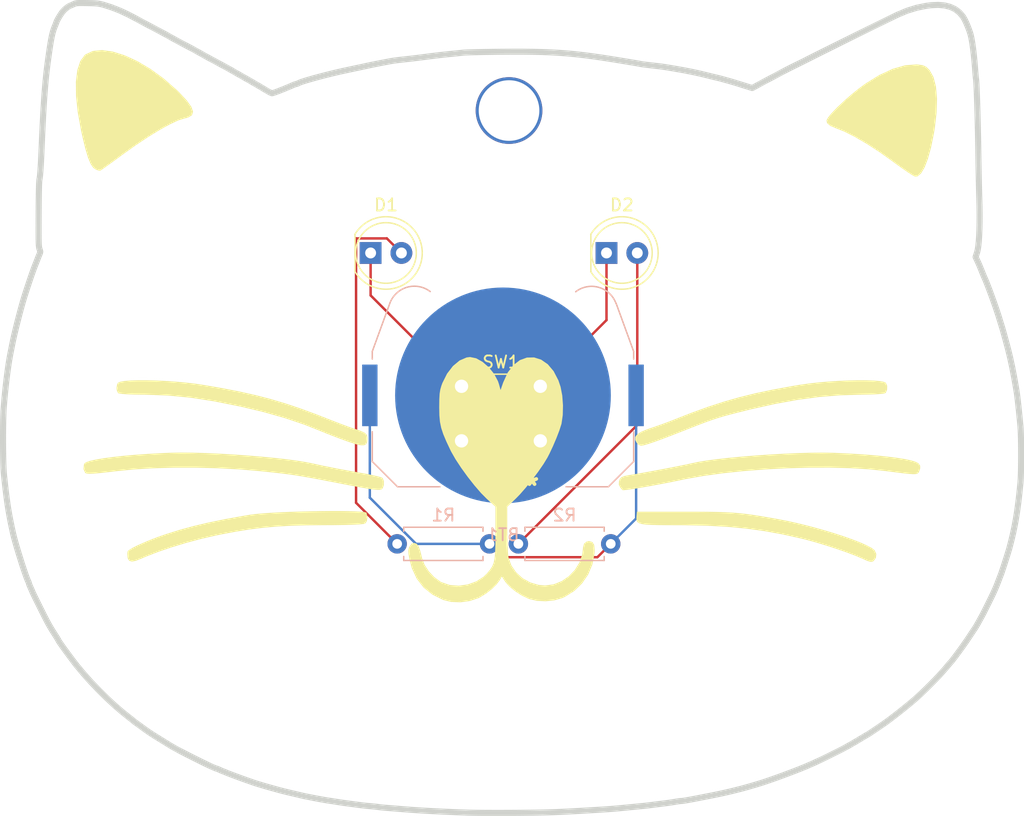
<source format=kicad_pcb>
(kicad_pcb (version 20241229) (generator "pcbnew") (generator_version "9.0")
  (layers (0 "F.Cu" signal) (2 "B.Cu" signal) (13 "F.Paste" user) (15 "B.Paste" user) (5 "F.SilkS" user "F.Silkscreen") (7 "B.SilkS" user "B.Silkscreen") (1 "F.Mask" user) (3 "B.Mask" user) (25 "Edge.Cuts" user))
  (net 0 "")
  (net 1 "Net-(BT1-+)")
  (net 2 "Net-(BT1--)")
  (net 3 "Net-(D1-A)")
  (net 4 "Net-(D1-K)")
  (net 5 "Net-(D2-A)")
  (footprint "LOGO" (layer "F.Cu") (at 100 77 10)
    (property "Reference" "G***" (hide yes))
    (property "Value" "LOGO" (hide yes))
    (fp_poly (pts (xy -1.674369 -5.362427) (xy -0.822632 -5.087191) (xy 0.091384 -4.612818) (xy 1.039868 -3.956616) (xy 1.995011 -3.135895) (xy 2.929001 -2.167964) (xy 3.814028 -1.070134) (xy 3.964882 -0.861618) (xy 4.475093 -0.085272) (xy 4.768052 0.511975) (xy 4.844211 0.943045) (xy 4.704022 1.220857) (xy 4.347936 1.358332) (xy 4.043229 1.378857) (xy 3.518455 1.447752) (xy 2.783179 1.644132) (xy 1.879551 1.952543) (xy 0.849724 2.357528) (xy -0.264153 2.84363) (xy -1.317507 3.344545) (xy -2.044359 3.702066) (xy -2.67646 4.009251) (xy -3.169833 4.245031) (xy -3.480498 4.388334) (xy -3.567222 4.422443) (xy -3.727792 4.354815) (xy -3.876859 4.273286) (xy -4.07508 4.077176) (xy -4.231291 3.726595) (xy -4.351263 3.191388) (xy -4.440771 2.4414) (xy -4.505587 1.446476) (xy -4.530041 0.861538) (xy -4.536362 -0.66618) (xy -4.441667 -2.013372) (xy -4.250549 -3.160695) (xy -3.967602 -4.088806) (xy -3.597419 -4.77836) (xy -3.144592 -5.210014) (xy -3.079763 -5.246247) (xy -2.436016 -5.421215)) (fill yes) (layer "F.SilkS"))
  )
  (footprint "LED_THT:LED_D5.0mm" (layer "F.Cu") (at 139.041103 88.75)
    (property "Reference" "D2" (at 1.27 -3.96 0) (layer "F.SilkS"))
    (property "Value" "LED")
    (fp_line (start -1.29 -1.545) (end -1.29 1.545) (stroke (width 0.12)) (layer "F.SilkS"))
    (fp_arc (start -1.29 -1.54483) (mid 2.071779 -2.880495) (end 4.26 0) (stroke (width 0.12)) (layer "F.SilkS"))
    (fp_arc (start 4.26 0) (mid 2.071779 2.880495) (end -1.29 1.54483) (stroke (width 0.12)) (layer "F.SilkS"))
    (fp_circle (center 1.27 0) (end 3.77 0) (stroke (width 0.12)) (fill no) (layer "F.SilkS"))
    (pad "1" thru_hole rect (at 0 0) (size 1.8 1.8) (drill 0.9) (layers "*.Cu" "*.Mask") (net 4 "Net-(D1-K)"))
    (pad "2" thru_hole circle (at 2.54 0) (size 1.8 1.8) (drill 0.9) (layers "*.Cu" "*.Mask") (net 5 "Net-(D2-A)"))
  )
  (footprint "Button_Switch_THT:SW_PUSH_6mm" (layer "F.Cu") (at 127.081103 99.75)
    (property "Reference" "SW1" (at 3.25 -2 0) (layer "F.SilkS"))
    (property "Value" "SW_Push")
    (fp_line (start -0.25 1.5) (end -0.25 3) (stroke (width 0.12)) (layer "F.SilkS"))
    (fp_line (start 1 5.5) (end 5.5 5.5) (stroke (width 0.12)) (layer "F.SilkS"))
    (fp_line (start 5.5 -1) (end 1 -1) (stroke (width 0.12)) (layer "F.SilkS"))
    (fp_line (start 6.75 3) (end 6.75 1.5) (stroke (width 0.12)) (layer "F.SilkS"))
    (pad "1" thru_hole circle (at 0 0 90) (size 2 2) (drill 1.1) (layers "*.Cu" "*.Mask") (net 4 "Net-(D1-K)"))
    (pad "1" thru_hole circle (at 6.5 0 90) (size 2 2) (drill 1.1) (layers "*.Cu" "*.Mask") (net 4 "Net-(D1-K)"))
    (pad "2" thru_hole circle (at 0 4.5 90) (size 2 2) (drill 1.1) (layers "*.Cu" "*.Mask") (net 2 "Net-(BT1--)"))
    (pad "2" thru_hole circle (at 6.5 4.5 90) (size 2 2) (drill 1.1) (layers "*.Cu" "*.Mask") (net 2 "Net-(BT1--)"))
  )
  (footprint "LOGO" (layer "F.Cu") (at 132 102)
    (property "Reference" "G***" (hide yes))
    (property "Value" "LOGO" (hide yes))
    (fp_poly (pts (xy -35.921583 -33.865738) (xy -35.803815 -33.863824) (xy -35.472617 -33.857117) (xy -35.216247 -33.847944) (xy -35.014046 -33.834142) (xy -34.845353 -33.813547) (xy -34.689508 -33.783996) (xy -34.525851 -33.743324) (xy -34.447557 -33.721772) (xy -33.792639 -33.514172) (xy -33.127485 -33.254074) (xy -32.435537 -32.934387) (xy -31.700239 -32.54802) (xy -31.678384 -32.535906) (xy -31.52804 -32.453027) (xy -31.361614 -32.362539) (xy -31.167786 -32.258416) (xy -30.935239 -32.134636) (xy -30.652652 -31.985175) (xy -30.308708 -31.80401) (xy -29.892086 -31.585117) (xy -29.864099 -31.570426) (xy -29.627173 -31.444649) (xy -29.384605 -31.313511) (xy -29.16978 -31.195173) (xy -29.052445 -31.128905) (xy -28.775061 -30.972394) (xy -28.446522 -30.792584) (xy -28.055428 -30.583316) (xy -27.59038 -30.338428) (xy -27.572369 -30.329003) (xy -27.361066 -30.217811) (xy -27.159721 -30.110752) (xy -26.99688 -30.023055) (xy -26.927821 -29.985112) (xy -26.815388 -29.922356) (xy -26.641329 -29.825191) (xy -26.427394 -29.70576) (xy -26.195331 -29.576202) (xy -26.140039 -29.545333) (xy -25.920364 -29.423166) (xy -25.72661 -29.316305) (xy -25.575951 -29.234155) (xy -25.485562 -29.186125) (xy -25.471618 -29.179241) (xy -25.394777 -29.140284) (xy -25.26351 -29.070409) (xy -25.113535 -28.988742) (xy -24.930467 -28.888785) (xy -24.706211 -28.767421) (xy -24.483931 -28.647996) (xy -24.445114 -28.627253) (xy -24.24616 -28.519659) (xy -24.054476 -28.413631) (xy -23.903746 -28.327866) (xy -23.872181 -28.30926) (xy -23.743713 -28.234123) (xy -23.56287 -28.130409) (xy -23.360755 -28.015903) (xy -23.275377 -27.96796) (xy -23.089009 -27.863143) (xy -22.925459 -27.770285) (xy -22.808699 -27.703036) (xy -22.774061 -27.682492) (xy -22.651036 -27.61186) (xy -22.583084 -27.575771) (xy -22.489633 -27.524631) (xy -22.350945 -27.444676) (xy -22.248873 -27.384196) (xy -22.081551 -27.285353) (xy -21.917522 -27.190782) (xy -21.843046 -27.148998) (xy -21.737098 -27.088331) (xy -21.572239 -26.991253) (xy -21.371035 -26.871152) (xy -21.15655 -26.741718) (xy -20.953064 -26.621894) (xy -20.773633 -26.523017) (xy -20.63662 -26.454741) (xy -20.560389 -26.426722) (xy -20.557047 -26.426504) (xy -20.471 -26.445082) (xy -20.309653 -26.497713) (xy -20.084998 -26.579748) (xy -19.809029 -26.686534) (xy -19.493737 -26.813421) (xy -19.151115 -26.955756) (xy -18.793156 -27.10889) (xy -18.756319 -27.124905) (xy -18.634101 -27.170061) (xy -18.542649 -27.190331) (xy -18.539082 -27.190414) (xy -18.446234 -27.218258) (xy -18.426937 -27.232489) (xy -18.343237 -27.278658) (xy -18.177039 -27.343037) (xy -17.938972 -27.422716) (xy -17.639661 -27.514786) (xy -17.289735 -27.616336) (xy -16.899819 -27.724458) (xy -16.480541 -27.836241) (xy -16.042528 -27.948775) (xy -15.596407 -28.059151) (xy -15.152804 -28.164459) (xy -14.722347 -28.261789) (xy -14.466542 -28.31689) (xy -14.23637 -28.365712) (xy -13.986829 -28.419107) (xy -13.821993 -28.454676) (xy -13.641465 -28.493272) (xy -13.482687 -28.526218) (xy -13.392294 -28.544042) (xy -13.285818 -28.565667) (xy -13.122003 -28.601079) (xy -12.938723 -28.642067) (xy -12.696214 -28.695107) (xy -12.384181 -28.760218) (xy -12.027081 -28.832559) (xy -11.649368 -28.907289) (xy -11.275498 -28.979569) (xy -10.929927 -29.044557) (xy -10.646993 -29.095682) (xy -10.494086 -29.119011) (xy -10.27252 -29.148295) (xy -10.008677 -29.180247) (xy -9.728938 -29.211584) (xy -9.644362 -29.22053) (xy -9.314405 -29.25638) (xy -8.935148 -29.299922) (xy -8.551889 -29.345834) (xy -8.209925 -29.388794) (xy -8.188159 -29.391624) (xy -7.541881 -29.47446) (xy -6.976362 -29.543774) (xy -6.478074 -29.601142) (xy -6.033489 -29.648138) (xy -5.753196 -29.675137) (xy -5.47985 -29.701441) (xy -5.190331 -29.731104) (xy -4.927302 -29.759679) (xy -4.798309 -29.774649) (xy -4.67464 -29.78421) (xy -4.465717 -29.794028) (xy -4.181772 -29.803861) (xy -3.83304 -29.813469) (xy -3.429754 -29.822612) (xy -2.982147 -29.831051) (xy -2.500452 -29.838544) (xy -1.994902 -29.844851) (xy -1.671054 -29.848086) (xy -0.713508 -29.854102) (xy 0.162413 -29.853366) (xy 0.970401 -29.844838) (xy 1.72415 -29.827478) (xy 2.437353 -29.800247) (xy 3.123701 -29.762103) (xy 3.796888 -29.712008) (xy 4.470607 -29.648922) (xy 5.15855 -29.571803) (xy 5.87441 -29.479613) (xy 6.63188 -29.371312) (xy 7.444653 -29.245858) (xy 8.326421 -29.102213) (xy 8.474623 -29.077505) (xy 8.726837 -29.035574) (xy 9.015456 -28.987935) (xy 9.282625 -28.944134) (xy 9.310149 -28.939645) (xy 9.516736 -28.905053) (xy 9.699501 -28.872789) (xy 9.82904 -28.848106) (xy 9.85921 -28.841569) (xy 9.905875 -28.831637) (xy 9.968086 -28.820988) (xy 10.057522 -28.808171) (xy 10.185863 -28.791733) (xy 10.364789 -28.770223) (xy 10.605979 -28.742189) (xy 10.921113 -28.706179) (xy 11.23186 -28.670929) (xy 11.402361 -28.651128) (xy 11.557623 -28.631596) (xy 11.71689 -28.609455) (xy 11.899408 -28.581823) (xy 12.124421 -28.545821) (xy 12.411175 -28.498569) (xy 12.652255 -28.458374) (xy 13.436833 -28.320541) (xy 14.153749 -28.179923) (xy 14.830782 -28.030808) (xy 15.373683 -27.89869) (xy 15.611971 -27.838814) (xy 15.832002 -27.784491) (xy 16.008648 -27.741864) (xy 16.113721 -27.71773) (xy 16.269006 -27.681546) (xy 16.448973 -27.635615) (xy 16.495676 -27.622992) (xy 16.795925 -27.540506) (xy 17.027169 -27.47673) (xy 17.211315 -27.425235) (xy 17.37027 -27.379589) (xy 17.525941 -27.333363) (xy 17.700235 -27.280125) (xy 17.915057 -27.213446) (xy 18.192316 -27.126894) (xy 18.295314 -27.094728) (xy 19.068449 -26.853319) (xy 19.488923 -27.086057) (xy 19.699005 -27.200974) (xy 19.960571 -27.342037) (xy 20.240356 -27.491397) (xy 20.505092 -27.63121) (xy 20.506202 -27.631792) (xy 20.778791 -27.775228) (xy 21.074432 -27.93157) (xy 21.356688 -28.081509) (xy 21.58045 -28.201079) (xy 21.813901 -28.323912) (xy 22.09793 -28.46962) (xy 22.396874 -28.620085) (xy 22.675069 -28.757191) (xy 22.67857 -28.758893) (xy 22.905881 -28.869588) (xy 23.106214 -28.967643) (xy 23.262017 -29.04443) (xy 23.355734 -29.091319) (xy 23.370864 -29.099203) (xy 23.483059 -29.157884) (xy 23.672772 -29.25464) (xy 23.931823 -29.38542) (xy 24.252036 -29.546174) (xy 24.625233 -29.732851) (xy 25.043237 -29.9414) (xy 25.497869 -30.167771) (xy 25.980953 -30.407912) (xy 26.484311 -30.657774) (xy 26.999764 -30.913305) (xy 27.519137 -31.170455) (xy 28.03425 -31.425173) (xy 28.536927 -31.673409) (xy 29.01899 -31.91111) (xy 29.472262 -32.134228) (xy 29.888564 -32.338711) (xy 30.259719 -32.520509) (xy 30.57755 -32.67557) (xy 30.833879 -32.799844) (xy 31.020529 -32.889281) (xy 31.057706 -32.906831) (xy 31.843885 -33.23554) (xy 32.623454 -33.477529) (xy 33.415206 -33.638126) (xy 33.817073 -33.689111) (xy 34.40468 -33.716768) (xy 34.930708 -33.671928) (xy 35.396151 -33.554218) (xy 35.802008 -33.363269) (xy 36.149273 -33.09871) (xy 36.438944 -32.760169) (xy 36.481075 -32.697478) (xy 36.590012 -32.5051) (xy 36.71281 -32.248866) (xy 36.8378 -31.956933) (xy 36.953314 -31.657455) (xy 37.047683 -31.378591) (xy 37.091371 -31.224813) (xy 37.156582 -30.925921) (xy 37.221751 -30.546239) (xy 37.285018 -30.100449) (xy 37.344521 -29.603233) (xy 37.3984 -29.069271) (xy 37.444793 -28.513246) (xy 37.457531 -28.336279) (xy 37.475945 -28.09034) (xy 37.494838 -27.872644) (xy 37.512207 -27.704132) (xy 37.526052 -27.605746) (xy 37.528246 -27.596241) (xy 37.538881 -27.514234) (xy 37.551025 -27.345776) (xy 37.564395 -27.099886) (xy 37.57871 -26.785585) (xy 37.59369 -26.411893) (xy 37.609052 -25.987832) (xy 37.624516 -25.52242) (xy 37.6398 -25.024678) (xy 37.654622 -24.503627) (xy 37.668701 -23.968287) (xy 37.681757 -23.427679) (xy 37.693506 -22.890822) (xy 37.703669 -22.366737) (xy 37.711964 -21.864444) (xy 37.715887 -21.580452) (xy 37.72339 -21.051466) (xy 37.732787 -20.489253) (xy 37.743643 -19.914167) (xy 37.755526 -19.346565) (xy 37.768004 -18.8068) (xy 37.780642 -18.315228) (xy 37.793008 -17.892205) (xy 37.796877 -17.773469) (xy 37.815332 -17.074565) (xy 37.823099 -16.406291) (xy 37.820513 -15.7768) (xy 37.807912 -15.194242) (xy 37.785631 -14.666768) (xy 37.754007 -14.202529) (xy 37.713377 -13.809677) (xy 37.664078 -13.496362) (xy 37.611627 -13.286203) (xy 37.491425 -12.917518) (xy 37.59744 -12.689398) (xy 37.693702 -12.480614) (xy 37.771449 -12.30668) (xy 37.844978 -12.134304) (xy 37.928589 -11.930191) (xy 38.002967 -11.745113) (xy 38.082481 -11.548168) (xy 38.153077 -11.376405) (xy 38.204348 -11.255007) (xy 38.220021 -11.219925) (xy 38.30925 -11.017547) (xy 38.422071 -10.740981) (xy 38.552429 -10.406811) (xy 38.69427 -10.031619) (xy 38.84154 -9.631988) (xy 38.988184 -9.224501) (xy 39.128148 -8.825741) (xy 39.255378 -8.452291) (xy 39.363818 -8.120732) (xy 39.431515 -7.901692) (xy 39.491288 -7.704772) (xy 39.561549 -7.47847) (xy 39.605538 -7.339396) (xy 39.669902 -7.131923) (xy 39.734098 -6.915386) (xy 39.76942 -6.790335) (xy 39.811044 -6.638849) (xy 39.869549 -6.427149) (xy 39.936145 -6.186995) (xy 39.983754 -6.01579) (xy 40.174454 -5.299565) (xy 40.349552 -4.573541) (xy 40.513079 -3.818615) (xy 40.669064 -3.015682) (xy 40.821538 -2.14564) (xy 40.895245 -1.694925) (xy 40.917378 -1.53773) (xy 40.946623 -1.301622) (xy 40.981241 -1.002765) (xy 41.019487 -0.657323) (xy 41.059621 -0.281461) (xy 41.099899 0.108658) (xy 41.138581 0.496868) (xy 41.173923 0.867007) (xy 41.188557 1.026503) (xy 41.208049 1.306935) (xy 41.223789 1.664388) (xy 41.23578 2.082415) (xy 41.244028 2.544565) (xy 41.248536 3.034391) (xy 41.249308 3.535445) (xy 41.24635 4.031277) (xy 41.239665 4.50544) (xy 41.229257 4.941486) (xy 41.215132 5.322964) (xy 41.197292 5.633429) (xy 41.187335 5.753195) (xy 41.103756 6.579546) (xy 41.017367 7.32712) (xy 40.925331 8.012629) (xy 40.824809 8.652786) (xy 40.712965 9.264302) (xy 40.586959 9.863889) (xy 40.443956 10.46826) (xy 40.281117 11.094126) (xy 40.279375 11.100563) (xy 40.236671 11.249199) (xy 40.172898 11.459592) (xy 40.093545 11.714706) (xy 40.004107 11.997505) (xy 39.910073 12.290953) (xy 39.816938 12.578016) (xy 39.730192 12.841656) (xy 39.655327 13.064838) (xy 39.597836 13.230526) (xy 39.563655 13.320676) (xy 39.528478 13.407246) (xy 39.470349 13.556683) (xy 39.399579 13.742345) (xy 39.36959 13.821992) (xy 39.292951 14.022746) (xy 39.220761 14.205729) (xy 39.165123 14.340457) (xy 39.15158 14.371052) (xy 39.088714 14.511163) (xy 39.017473 14.674228) (xy 39.004151 14.705263) (xy 38.956736 14.808864) (xy 38.874907 14.980204) (xy 38.76732 15.201797) (xy 38.642628 15.456158) (xy 38.509488 15.7258) (xy 38.376554 15.993239) (xy 38.252481 16.240989) (xy 38.145925 16.451564) (xy 38.06554 16.607479) (xy 38.027847 16.677646) (xy 37.972182 16.777595) (xy 37.885973 16.933412) (xy 37.784614 17.11725) (xy 37.745709 17.187969) (xy 37.64158 17.374011) (xy 37.544883 17.540918) (xy 37.471542 17.661405) (xy 37.453149 17.689285) (xy 37.401223 17.766043) (xy 37.306546 17.907624) (xy 37.179006 18.09918) (xy 37.028487 18.325861) (xy 36.865052 18.572556) (xy 36.719064 18.788528) (xy 36.546926 19.035735) (xy 36.358319 19.301036) (xy 36.162922 19.571289) (xy 35.970417 19.833352) (xy 35.790484 20.074083) (xy 35.632802 20.280341) (xy 35.507052 20.438984) (xy 35.422915 20.536871) (xy 35.405542 20.553947) (xy 35.366174 20.59786) (xy 35.27848 20.700212) (xy 35.15519 20.846023) (xy 35.009034 21.020313) (xy 34.999782 21.03139) (xy 34.753196 21.315024) (xy 34.450479 21.644638) (xy 34.107837 22.003877) (xy 33.741474 22.376389) (xy 33.367597 22.745819) (xy 33.00241 23.095813) (xy 32.66212 23.410018) (xy 32.499089 23.554967) (xy 32.233862 23.781953) (xy 31.921284 24.041249) (xy 31.577803 24.319902) (xy 31.219868 24.604961) (xy 30.863927 24.883473) (xy 30.526428 25.142487) (xy 30.223819 25.369051) (xy 29.97255 25.550212) (xy 29.911841 25.592264) (xy 29.622076 25.789969) (xy 29.348294 25.975718) (xy 29.101224 26.142325) (xy 28.891596 26.282606) (xy 28.730139 26.389376) (xy 28.627584 26.455449) (xy 28.594733 26.474247) (xy 28.550559 26.497544) (xy 28.440053 26.561451) (xy 28.278487 26.656989) (xy 28.081133 26.775183) (xy 28.018052 26.813221) (xy 27.591682 27.068481) (xy 27.224324 27.283005) (xy 26.895159 27.468444) (xy 26.583364 27.636453) (xy 26.26812 27.798682) (xy 26.163909 27.850881) (xy 25.888267 27.98815) (xy 25.575126 28.144081) (xy 25.271887 28.295072) (xy 25.115779 28.372797) (xy 24.750212 28.550829) (xy 24.363002 28.731024) (xy 23.928981 28.92492) (xy 23.585713 29.074167) (xy 23.307043 29.190894) (xy 22.969584 29.326976) (xy 22.604613 29.470048) (xy 22.243405 29.607743) (xy 22.117574 29.65463) (xy 21.943595 29.7195) (xy 21.767298 29.785952) (xy 21.759491 29.788918) (xy 21.51019 29.881676) (xy 21.197774 29.994875) (xy 20.849716 30.118756) (xy 20.493491 30.243563) (xy 20.15657 30.359536) (xy 20.076503 30.386706) (xy 19.83961 30.463512) (xy 19.537024 30.556749) (xy 19.195417 30.658636) (xy 18.841464 30.761393) (xy 18.501839 30.857236) (xy 18.203216 30.938386) (xy 18.047367 30.978657) (xy 17.827709 31.033737) (xy 17.588115 31.093829) (xy 17.474435 31.122346) (xy 17.06776 31.220408) (xy 16.611592 31.32262) (xy 16.091108 31.432191) (xy 15.491487 31.552334) (xy 15.469172 31.556714) (xy 14.941963 31.65974) (xy 14.500542 31.745089) (xy 14.137127 31.814148) (xy 13.843941 31.868307) (xy 13.613204 31.908952) (xy 13.437136 31.937473) (xy 13.307958 31.955257) (xy 13.217891 31.963692) (xy 13.181774 31.964849) (xy 13.076646 31.973317) (xy 12.91099 31.99568) (xy 12.717966 32.027381) (xy 12.689032 32.032599) (xy 12.494069 32.065041) (xy 12.23755 32.103276) (xy 11.952823 32.142529) (xy 11.673495 32.177996) (xy 11.39894 32.211352) (xy 11.124041 32.245234) (xy 10.880207 32.275742) (xy 10.698849 32.298977) (xy 10.694736 32.299516) (xy 10.475397 32.326807) (xy 10.248201 32.352736) (xy 10.097931 32.368204) (xy 9.954436 32.38195) (xy 9.74135 32.402596) (xy 9.484112 32.427669) (xy 9.208158 32.454691) (xy 9.119172 32.463433) (xy 8.743192 32.500275) (xy 8.415877 32.531872) (xy 8.124046 32.559205) (xy 7.854518 32.583252) (xy 7.594112 32.604995) (xy 7.329646 32.625414) (xy 7.047939 32.645488) (xy 6.73581 32.666199) (xy 6.380076 32.688526) (xy 5.967558 32.71345) (xy 5.485074 32.741951) (xy 4.965413 32.772329) (xy 4.367873 32.806264) (xy 3.821757 32.835062) (xy 3.310485 32.859222) (xy 2.817474 32.879245) (xy 2.326145 32.895634) (xy 1.819915 32.908888) (xy 1.282202 32.919508) (xy 0.696427 32.927997) (xy 0.046008 32.934854) (xy -0.577733 32.93983) (xy -1.119267 32.942797) (xy -1.668462 32.944184) (xy -2.211114 32.944058) (xy -2.733023 32.94249) (xy -3.219985 32.939549) (xy -3.657798 32.935303) (xy -4.032262 32.929821) (xy -4.329172 32.923174) (xy -4.392482 32.921245) (xy -5.402069 32.885004) (xy -6.379968 32.843604) (xy -7.313896 32.797703) (xy -8.19157 32.747959) (xy -9.000707 32.695028) (xy -9.729025 32.639569) (xy -9.859212 32.628633) (xy -10.140079 32.605222) (xy -10.469972 32.578608) (xy -10.802675 32.552482) (xy -11.028948 32.535226) (xy -11.267673 32.516186) (xy -11.475467 32.497469) (xy -11.631843 32.481072) (xy -11.716315 32.46899) (xy -11.721242 32.467755) (xy -11.794962 32.455566) (xy -11.942308 32.437985) (xy -12.141732 32.417388) (xy -12.36579 32.396666) (xy -12.630916 32.372074) (xy -12.899725 32.344784) (xy -13.136411 32.318549) (xy -13.272933 32.301602) (xy -13.457487 32.277019) (xy -13.702742 32.244669) (xy -13.974696 32.209023) (xy -14.203948 32.179151) (xy -14.482293 32.141768) (xy -14.773346 32.100634) (xy -15.038715 32.061277) (xy -15.20658 32.034808) (xy -15.416517 32.00093) (xy -15.611096 31.970724) (xy -15.755312 31.949596) (xy -15.779512 31.94635) (xy -15.946488 31.921639) (xy -16.182075 31.882635) (xy -16.461245 31.833754) (xy -16.758972 31.779409) (xy -17.050228 31.724014) (xy -17.140227 31.706341) (xy -17.340656 31.666858) (xy -17.522306 31.631481) (xy -17.650792 31.606899) (xy -17.665415 31.604175) (xy -17.737587 31.590394) (xy -17.819337 31.573566) (xy -17.924931 31.550461) (xy -18.068634 31.517849) (xy -18.264712 31.472499) (xy -18.527432 31.41118) (xy -18.811279 31.34468) (xy -19.237836 31.243567) (xy -19.590788 31.157305) (xy -19.889938 31.080918) (xy -20.155087 31.009426) (xy -20.24361 30.984615) (xy -20.42993 30.932208) (xy -20.646736 30.871683) (xy -20.768798 30.837812) (xy -20.974895 30.779608) (xy -21.211857 30.710818) (xy -21.458401 30.637839) (xy -21.693244 30.567072) (xy -21.895102 30.504916) (xy -22.042693 30.457771) (xy -22.10564 30.435851) (xy -22.198889 30.401601) (xy -22.34897 30.348596) (xy -22.511467 30.292413) (xy -22.706777 30.224245) (xy -22.947024 30.138381) (xy -23.212952 30.041927) (xy -23.485304 29.941987) (xy -23.744826 29.845668) (xy -23.972261 29.760075) (xy -24.148354 29.692313) (xy -24.253849 29.649487) (xy -24.254136 29.649361) (xy -24.389932 29.59258) (xy -24.557269 29.526275) (xy -24.612219 29.505265) (xy -24.772005 29.440913) (xy -24.915764 29.376599) (xy -24.953796 29.357633) (xy -25.061682 29.309563) (xy -25.13271 29.291165) (xy -25.205979 29.269842) (xy -25.352869 29.209493) (xy -25.562494 29.115546) (xy -25.823964 28.993429) (xy -26.126393 28.84857) (xy -26.458892 28.686398) (xy -26.810573 28.512341) (xy -27.170549 28.331826) (xy -27.527932 28.150283) (xy -27.871833 27.973139) (xy -28.191365 27.805822) (xy -28.47564 27.653762) (xy -28.71377 27.522385) (xy -28.894868 27.41712) (xy -28.909212 27.408368) (xy -29.131333 27.2718) (xy -29.383596 27.116276) (xy -29.646353 26.953951) (xy -29.899955 26.796985) (xy -30.124752 26.657535) (xy -30.301097 26.547759) (xy -30.382709 26.496642) (xy -30.591885 26.35999) (xy -30.840041 26.190404) (xy -31.090549 26.013272) (xy -31.272557 25.879806) (xy -31.446297 25.751411) (xy -31.620426 25.625818) (xy -31.750001 25.535212) (xy -31.873245 25.447583) (xy -31.965537 25.374999) (xy -31.988723 25.353329) (xy -32.047571 25.301242) (xy -32.161084 25.209604) (xy -32.307391 25.095966) (xy -32.346805 25.065965) (xy -32.951108 24.583827) (xy -33.584927 24.033667) (xy -34.232331 23.431444) (xy -34.877388 22.793117) (xy -35.504168 22.134643) (xy -36.096738 21.47198) (xy -36.639167 20.821088) (xy -36.841614 20.563606) (xy -36.932633 20.443904) (xy -37.058903 20.275525) (xy -37.207485 20.07598) (xy -37.365437 19.862784) (xy -37.519818 19.653448) (xy -37.657687 19.465486) (xy -37.766102 19.316411) (xy -37.832122 19.223736) (xy -37.837407 19.21602) (xy -37.909711 19.111216) (xy -38.005477 18.974641) (xy -38.040321 18.925414) (xy -38.117553 18.811796) (xy -38.16475 18.733035) (xy -38.171618 18.715358) (xy -38.195825 18.666956) (xy -38.260924 18.557264) (xy -38.35563 18.404967) (xy -38.421521 18.301609) (xy -38.580999 18.052008) (xy -38.718344 17.832198) (xy -38.841964 17.626963) (xy -38.960268 17.421086) (xy -39.081662 17.199352) (xy -39.214555 16.946546) (xy -39.367356 16.647451) (xy -39.548471 16.286851) (xy -39.674451 16.034194) (xy -39.835569 15.709761) (xy -39.982 15.413403) (xy -40.108549 15.155757) (xy -40.210017 14.947461) (xy -40.281207 14.799153) (xy -40.316923 14.721472) (xy -40.320114 14.712619) (xy -40.338752 14.66027) (xy -40.387821 14.545489) (xy -40.457051 14.392223) (xy -40.463347 14.378597) (xy -40.534311 14.218322) (xy -40.585544 14.089341) (xy -40.606514 14.01828) (xy -40.60658 14.016535) (xy -40.627866 13.932893) (xy -40.651769 13.881024) (xy -40.714322 13.744733) (xy -40.798371 13.529634) (xy -40.899749 13.248896) (xy -41.014293 12.915687) (xy -41.137838 12.543177) (xy -41.266219 12.144534) (xy -41.395271 11.732927) (xy -41.520831 11.321524) (xy -41.638733 10.923494) (xy -41.744813 10.552007) (xy -41.834906 10.22023) (xy -41.904848 9.941333) (xy -41.923672 9.85921) (xy -42.037715 9.334108) (xy -42.137875 8.845938) (xy -42.226724 8.378139) (xy -42.306831 7.914152) (xy -42.380767 7.437416) (xy -42.451104 6.931371) (xy -42.520412 6.379457) (xy -42.591263 5.765114) (xy -42.664855 5.084774) (xy -42.686114 4.823236) (xy -42.704216 4.480449) (xy -42.719107 4.0706) (xy -42.73073 3.607879) (xy -42.739031 3.106475) (xy -42.743955 2.580576) (xy -42.745446 2.04437) (xy -42.743449 1.512047) (xy -42.737909 0.997795) (xy -42.728771 0.515802) (xy -42.71598 0.080258) (xy -42.699479 -0.294648) (xy -42.686579 -0.501316) (xy -42.640677 -1.073023) (xy -42.584504 -1.672099) (xy -42.520166 -2.281538) (xy -42.449767 -2.884333) (xy -42.375411 -3.463477) (xy -42.299202 -4.001964) (xy -42.223245 -4.482785) (xy -42.149644 -4.888935) (xy -42.134218 -4.965414) (xy -42.103709 -5.116356) (xy -42.061815 -5.327557) (xy -42.01516 -5.5655) (xy -41.987968 -5.705452) (xy -41.917812 -6.044279) (xy -41.825531 -6.454319) (xy -41.71628 -6.915275) (xy -41.595213 -7.406849) (xy -41.467484 -7.908744) (xy -41.338248 -8.400664) (xy -41.212659 -8.862312) (xy -41.095872 -9.27339) (xy -41.00586 -9.572745) (xy -40.875635 -9.984265) (xy -40.737268 -10.410441) (xy -40.596657 -10.833923) (xy -40.459699 -11.237361) (xy -40.332291 -11.603405) (xy -40.220331 -11.914706) (xy -40.129715 -12.153913) (xy -40.12141 -12.174813) (xy -40.036751 -12.387914) (xy -39.960458 -12.58236) (xy -39.902697 -12.732114) (xy -39.879064 -12.795489) (xy -39.826303 -12.932138) (xy -39.758467 -13.095589) (xy -39.739457 -13.139423) (xy -39.689297 -13.264627) (xy -39.675665 -13.357741) (xy -39.698101 -13.463504) (xy -39.73506 -13.569122) (xy -39.753269 -13.625205) (xy -39.768569 -13.690911) (xy -39.781166 -13.774308) (xy -39.791264 -13.883466) (xy -39.79907 -14.026453) (xy -39.804789 -14.21134) (xy -39.808626 -14.446194) (xy -39.810787 -14.739086) (xy -39.811477 -15.098083) (xy -39.810902 -15.531256) (xy -39.809268 -16.046674) (xy -39.807757 -16.424061) (xy -39.804035 -17.071941) (xy -39.798671 -17.643839) (xy -39.791734 -18.136704) (xy -39.783291 -18.547488) (xy -39.77341 -18.873139) (xy -39.762158 -19.11061) (xy -39.749602 -19.256849) (xy -39.744318 -19.288722) (xy -39.718213 -19.438327) (xy -39.693033 -19.647683) (xy -39.668382 -19.92253) (xy -39.643862 -20.268605) (xy -39.619077 -20.691646) (xy -39.593628 -21.197392) (xy -39.567119 -21.791581) (xy -39.560948 -21.938534) (xy -39.517786 -22.936258) (xy -39.474743 -23.846347) (xy -39.431257 -24.67665) (xy -39.386765 -25.435019) (xy -39.340705 -26.129304) (xy -39.292515 -26.767356) (xy -39.241634 -27.357026) (xy -39.187497 -27.906165) (xy -39.129545 -28.422622) (xy -39.067213 -28.914249) (xy -39.054938 -29.0047) (xy -38.977002 -29.565221) (xy -38.908125 -30.04101) (xy -38.846316 -30.442183) (xy -38.789584 -30.778853) (xy -38.735935 -31.061137) (xy -38.68338 -31.299149) (xy -38.629926 -31.503005) (xy -38.573581 -31.682819) (xy -38.512355 -31.848707) (xy -38.478798 -31.930753) (xy -38.410727 -32.097905) (xy -38.356438 -32.241169) (xy -38.329631 -32.322933) (xy -38.295111 -32.403601) (xy -38.222196 -32.542166) (xy -38.1233 -32.715678) (xy -38.059465 -32.822402) (xy -37.863829 -33.111204) (xy -37.668211 -33.32915) (xy -37.550941 -33.429208) (xy -37.415344 -33.530626) (xy -37.309089 -33.603989) (xy -37.25452 -33.633899) (xy -37.253844 -33.633968) (xy -37.195206 -33.654017) (xy -37.078628 -33.703988) (xy -36.962921 -33.757312) (xy -36.870243 -33.79961) (xy -36.786242 -33.830457) (xy -36.694495 -33.851361) (xy -36.578578 -33.863832) (xy -36.422069 -33.86938) (xy -36.208545 -33.869512)) (stroke (width 0.5)) (fill no) (layer "Edge.Cuts"))
  )
  (footprint "LOGO" (layer "F.Cu") (at 131 108)
    (property "Reference" "G***" (at 0 0 0) (layer "F.SilkS") (effects (font (size 1.5 1.5) (thickness 0.3))))
    (property "Value" "LOGO" (hide yes))
    (fp_poly (pts (xy 15.566079 2.096245) (xy 16.462539 2.102188) (xy 17.229756 2.115286) (xy 17.900798 2.138151) (xy 18.508731 2.173395) (xy 19.086625 2.22363) (xy 19.667546 2.291469) (xy 20.284564 2.379523) (xy 20.970746 2.490405) (xy 21.759159 2.626727) (xy 22.176153 2.700635) (xy 23.050517 2.871609) (xy 23.96619 3.078293) (xy 24.89959 3.313077) (xy 25.827136 3.568349) (xy 26.725245 3.836499) (xy 27.570335 4.109916) (xy 28.338824 4.380988) (xy 29.007129 4.642105) (xy 29.551669 4.885656) (xy 29.94886 5.10403) (xy 30.1668 5.279548) (xy 30.302187 5.580537) (xy 30.266409 5.906407) (xy 30.08923 6.157204) (xy 29.95536 6.230821) (xy 29.780048 6.227266) (xy 29.513415 6.137773) (xy 29.21 6.002688) (xy 28.634883 5.756298) (xy 27.915175 5.482005) (xy 27.098908 5.195767) (xy 26.234115 4.913543) (xy 25.368828 4.651291) (xy 24.551081 4.424968) (xy 24.178846 4.331186) (xy 22.617338 3.982103) (xy 21.098151 3.704827) (xy 19.576646 3.494425) (xy 18.008184 3.345963) (xy 16.348126 3.254505) (xy 14.551835 3.215117) (xy 14.061941 3.212804) (xy 13.128612 3.210341) (xy 12.372435 3.203672) (xy 11.775179 3.189032) (xy 11.318612 3.162659) (xy 10.9845 3.120788) (xy 10.754613 3.059655) (xy 10.610718 2.975497) (xy 10.534584 2.864549) (xy 10.507978 2.723048) (xy 10.512668 2.54723) (xy 10.517965 2.481172) (xy 10.550769 2.094845) (xy 14.507307 2.094845)) (fill yes) (layer "F.SilkS"))
    (fp_poly (pts (xy -29.142156 -8.730865) (xy -28.328654 -8.692378) (xy -27.499537 -8.635512) (xy -26.680384 -8.560858) (xy -25.896772 -8.469008) (xy -25.302308 -8.381865) (xy -23.714834 -8.110004) (xy -22.280118 -7.832046) (xy -20.955578 -7.536431) (xy -19.698631 -7.211599) (xy -18.466693 -6.845988) (xy -17.217182 -6.428039) (xy -15.907514 -5.94619) (xy -14.946924 -5.570581) (xy -14.356603 -5.338817) (xy -13.767841 -5.114233) (xy -13.233628 -4.916598) (xy -12.806956 -4.765681) (xy -12.651154 -4.714126) (xy -12.202877 -4.559737) (xy -11.914312 -4.421805) (xy -11.752404 -4.274066) (xy -11.684096 -4.09026) (xy -11.674231 -3.93799) (xy -11.698589 -3.658003) (xy -11.786249 -3.473286) (xy -11.959095 -3.382104) (xy -12.239009 -3.382721) (xy -12.647873 -3.473401) (xy -13.207568 -3.652409) (xy -13.583858 -3.786512) (xy -14.110737 -3.981902) (xy -14.638297 -4.183411) (xy -15.100042 -4.365328) (xy -15.391166 -4.485371) (xy -16.90901 -5.086396) (xy -18.529757 -5.630794) (xy -20.27608 -6.124972) (xy -22.170654 -6.575335) (xy -24.23615 -6.988289) (xy -24.276539 -6.995694) (xy -26.22176 -7.300313) (xy -28.100002 -7.483602) (xy -30.013513 -7.555109) (xy -30.284616 -7.55673) (xy -30.920699 -7.565025) (xy -31.46391 -7.585394) (xy -31.887389 -7.616002) (xy -32.164275 -7.655018) (xy -32.262885 -7.69177) (xy -32.361442 -7.918541) (xy -32.385001 -8.117527) (xy -32.334791 -8.409218) (xy -32.262885 -8.542736) (xy -32.080211 -8.626934) (xy -31.728454 -8.689207) (xy -31.233191 -8.730145) (xy -30.620002 -8.75034) (xy -29.914464 -8.750383)) (fill yes) (layer "F.SilkS"))
    (fp_poly (pts (xy -13.990044 2.03873) (xy -13.300974 2.047276) (xy -12.711529 2.064382) (xy -12.244502 2.09043) (xy -11.922685 2.1258) (xy -11.768872 2.17087) (xy -11.7604 2.180815) (xy -11.678512 2.531555) (xy -11.725787 2.871481) (xy -11.863193 3.072197) (xy -12.019583 3.112531) (xy -12.360558 3.146435) (xy -12.875369 3.173476) (xy -13.553267 3.19322) (xy -14.383505 3.205234) (xy -15.258001 3.209082) (xy -16.707493 3.221108) (xy -18.006168 3.258705) (xy -19.197943 3.326095) (xy -20.326735 3.427501) (xy -21.436463 3.567146) (xy -22.571043 3.749253) (xy -23.774392 3.978045) (xy -24.227693 4.07156) (xy -25.416501 4.345592) (xy -26.631295 4.670633) (xy -27.821915 5.031129) (xy -28.938206 5.411528) (xy -29.930008 5.796277) (xy -30.284616 5.949695) (xy -30.772809 6.143585) (xy -31.112966 6.212815) (xy -31.32935 6.156201) (xy -31.446224 5.972557) (xy -31.465598 5.892045) (xy -31.493186 5.569037) (xy -31.473103 5.377336) (xy -31.357271 5.257781) (xy -31.08025 5.087741) (xy -30.670426 4.8801) (xy -30.156188 4.647742) (xy -29.565922 4.40355) (xy -28.928016 4.160409) (xy -28.33077 3.951164) (xy -27.222753 3.602988) (xy -26.062451 3.285241) (xy -24.817073 2.990362) (xy -23.453825 2.71079) (xy -21.939915 2.438964) (xy -21.34577 2.340582) (xy -20.91404 2.284407) (xy -20.354009 2.232994) (xy -19.688469 2.186724) (xy -18.940214 2.145976) (xy -18.132036 2.11113) (xy -17.286728 2.082566) (xy -16.427082 2.060665) (xy -15.575891 2.045805) (xy -14.755948 2.038367)) (fill yes) (layer "F.SilkS"))
    (fp_poly (pts (xy 29.471422 -8.748429) (xy 30.080387 -8.727097) (xy 30.570654 -8.685674) (xy 30.916659 -8.623582) (xy 31.090576 -8.542736) (xy 31.197937 -8.28905) (xy 31.192473 -7.969588) (xy 31.081641 -7.71596) (xy 31.04173 -7.680567) (xy 30.893398 -7.642813) (xy 30.583488 -7.6092) (xy 30.145799 -7.581835) (xy 29.614132 -7.562825) (xy 29.022287 -7.554275) (xy 29.014615 -7.554243) (xy 27.303046 -7.504272) (xy 25.58414 -7.364504) (xy 23.817213 -7.129368) (xy 21.961584 -6.793296) (xy 19.976571 -6.350716) (xy 19.659331 -6.273366) (xy 18.889696 -6.08222) (xy 18.252877 -5.918571) (xy 17.705989 -5.768568) (xy 17.206146 -5.618361) (xy 16.710463 -5.4541) (xy 16.176052 -5.261933) (xy 15.560029 -5.028011) (xy 14.819508 -4.738482) (xy 14.427176 -4.583573) (xy 13.424993 -4.191397) (xy 12.599197 -3.877554) (xy 11.940514 -3.638796) (xy 11.439669 -3.47188) (xy 11.087389 -3.373558) (xy 10.875247 -3.340596) (xy 10.675991 -3.426493) (xy 10.557747 -3.544404) (xy 10.407338 -3.822911) (xy 10.408907 -4.068031) (xy 10.572367 -4.291142) (xy 10.907629 -4.503617) (xy 11.424607 -4.716832) (xy 11.644929 -4.791972) (xy 12.198909 -4.980509) (xy 12.80026 -5.196) (xy 13.353604 -5.403886) (xy 13.57923 -5.492869) (xy 15.050181 -6.06868) (xy 16.417033 -6.563108) (xy 17.726376 -6.989039) (xy 19.024805 -7.359357) (xy 20.35891 -7.686946) (xy 21.775285 -7.984693) (xy 23.32052 -8.26548) (xy 24.032307 -8.383584) (xy 24.756428 -8.486759) (xy 25.540785 -8.573877) (xy 26.359814 -8.644361) (xy 27.187954 -8.697634) (xy 27.999644 -8.733121) (xy 28.76932 -8.750245)) (fill yes) (layer "F.SilkS"))
    (fp_poly (pts (xy -26.130061 -2.776883) (xy -25.062574 -2.746485) (xy -23.927416 -2.696239) (xy -22.755092 -2.628417) (xy -21.576107 -2.545289) (xy -20.420966 -2.449125) (xy -19.320173 -2.342196) (xy -18.304234 -2.226771) (xy -17.403653 -2.105121) (xy -16.648937 -1.979516) (xy -16.26577 -1.900221) (xy -15.290711 -1.688195) (xy -14.15875 -1.462446) (xy -12.907731 -1.230361) (xy -12.162693 -1.099246) (xy -11.616608 -0.998535) (xy -11.134602 -0.897569) (xy -10.751844 -0.80467) (xy -10.503502 -0.728157) (xy -10.428654 -0.689) (xy -10.323483 -0.431603) (xy -10.324438 -0.094573) (xy -10.42377 0.170205) (xy -10.506754 0.25136) (xy -10.631866 0.292305) (xy -10.842051 0.295777) (xy -11.180255 0.26451) (xy -11.43 0.2343) (xy -11.643788 0.200896) (xy -12.015201 0.135907) (xy -12.508564 0.045868) (xy -13.088199 -0.062687) (xy -13.71843 -0.183222) (xy -13.872308 -0.213025) (xy -14.857768 -0.40378) (xy -15.682664 -0.561336) (xy -16.37972 -0.69075) (xy -16.98166 -0.797081) (xy -17.521208 -0.885387) (xy -18.031088 -0.960725) (xy -18.544025 -1.028154) (xy -19.092742 -1.092731) (xy -19.709964 -1.159515) (xy -20.428414 -1.233564) (xy -20.564231 -1.247366) (xy -22.277796 -1.391997) (xy -24.059565 -1.487889) (xy -25.866095 -1.535075) (xy -27.653946 -1.533582) (xy -29.379677 -1.483442) (xy -30.999845 -1.384685) (xy -32.456707 -1.239113) (xy -33.226872 -1.14656) (xy -33.824606 -1.081706) (xy -34.271677 -1.043444) (xy -34.589852 -1.030666) (xy -34.800901 -1.042265) (xy -34.926589 -1.077135) (xy -34.972284 -1.11115) (xy -35.106748 -1.411652) (xy -35.073939 -1.776525) (xy -35.031662 -1.883488) (xy -34.886092 -1.992099) (xy -34.561816 -2.102119) (xy -34.075492 -2.211468) (xy -33.44378 -2.318067) (xy -32.683341 -2.419834) (xy -31.810834 -2.514689) (xy -30.842919 -2.600552) (xy -29.796256 -2.675342) (xy -28.687506 -2.73698) (xy -27.94 -2.769059) (xy -27.099371 -2.785165)) (fill yes) (layer "F.SilkS"))
    (fp_poly (pts (xy 26.647084 -2.768556) (xy 26.816538 -2.762916) (xy 28.024677 -2.708164) (xy 29.160805 -2.638081) (xy 30.209379 -2.554614) (xy 31.154859 -2.459712) (xy 31.981702 -2.355323) (xy 32.674367 -2.243395) (xy 33.217311 -2.125876) (xy 33.594994 -2.004713) (xy 33.785239 -1.889461) (xy 33.922605 -1.692419) (xy 33.919796 -1.477526) (xy 33.873388 -1.32466) (xy 33.829332 -1.201435) (xy 33.776043 -1.107863) (xy 33.690846 -1.043361) (xy 33.551064 -1.00735) (xy 33.334024 -0.99925) (xy 33.017048 -1.018479) (xy 32.577462 -1.064457) (xy 31.992589 -1.136604) (xy 31.239755 -1.23434) (xy 31.093196 -1.253489) (xy 29.694639 -1.398411) (xy 28.141607 -1.492237) (xy 26.471015 -1.53656) (xy 24.719778 -1.532972) (xy 22.924809 -1.483066) (xy 21.123022 -1.388432) (xy 19.351333 -1.250664) (xy 17.646656 -1.071353) (xy 16.045904 -0.852092) (xy 14.585992 -0.594472) (xy 14.263076 -0.527626) (xy 13.576077 -0.384989) (xy 12.850525 -0.241607) (xy 12.117922 -0.103005) (xy 11.409772 0.025289) (xy 10.757578 0.137749) (xy 10.192843 0.22885) (xy 9.747071 0.293065) (xy 9.451765 0.324868) (xy 9.389289 0.327319) (xy 9.292437 0.246188) (xy 9.190054 0.121575) (xy 9.054662 -0.135151) (xy 9.070598 -0.40723) (xy 9.132422 -0.584647) (xy 9.258283 -0.74142) (xy 9.511369 -0.84942) (xy 9.840691 -0.913819) (xy 10.186113 -0.968784) (xy 10.670301 -1.052304) (xy 11.255929 -1.157323) (xy 11.905669 -1.276784) (xy 12.582195 -1.40363) (xy 13.24818 -1.530804) (xy 13.866298 -1.651251) (xy 14.399222 -1.757912) (xy 14.809625 -1.843732) (xy 15.044615 -1.897631) (xy 15.605283 -2.016448) (xy 16.33329 -2.133729) (xy 17.200591 -2.247413) (xy 18.179141 -2.355438) (xy 19.240895 -2.455743) (xy 20.357807 -2.546266) (xy 21.501833 -2.624947) (xy 22.644927 -2.689723) (xy 23.759044 -2.738534) (xy 24.81614 -2.769317) (xy 25.788168 -2.780011)) (fill yes) (layer "F.SilkS"))
    (fp_poly (pts (xy -2.711871 -10.561261) (xy -2.179372 -10.263396) (xy -1.668897 -9.818225) (xy -1.230013 -9.272397) (xy -0.912286 -8.672559) (xy -0.82699 -8.4161) (xy -0.698875 -7.941269) (xy -0.482738 -8.566486) (xy -0.108604 -9.384682) (xy 0.359525 -9.998355) (xy 0.895532 -10.409517) (xy 1.473299 -10.620178) (xy 2.066712 -10.632349) (xy 2.649652 -10.44804) (xy 3.196004 -10.069264) (xy 3.679651 -9.49803) (xy 4.074476 -8.73635) (xy 4.254261 -8.201759) (xy 4.391169 -7.490831) (xy 4.45155 -6.679658) (xy 4.433321 -5.875708) (xy 4.3344 -5.186445) (xy 4.314253 -5.106186) (xy 4.15309 -4.606278) (xy 3.912457 -3.979901) (xy 3.62797 -3.312191) (xy 3.335247 -2.688288) (xy 3.167345 -2.364652) (xy 2.841033 -1.82875) (xy 2.40388 -1.196481) (xy 1.901903 -0.527596) (xy 1.381122 0.118154) (xy 0.887555 0.681015) (xy 0.575087 1.001202) (xy -0.146539 1.692864) (xy -0.145994 3.530452) (xy -0.138505 4.244448) (xy -0.118382 4.906385) (xy -0.0885 5.451142) (xy -0.051738 5.813597) (xy -0.042973 5.862599) (xy 0.190189 6.519061) (xy 0.584916 7.096851) (xy 1.111946 7.573533) (xy 1.742021 7.926674) (xy 2.445878 8.13384) (xy 2.979615 8.180018) (xy 3.681927 8.086186) (xy 4.343062 7.822149) (xy 4.936457 7.414642) (xy 5.435551 6.890399) (xy 5.813782 6.276154) (xy 6.044586 5.598642) (xy 6.105224 5.034174) (xy 6.19179 4.726524) (xy 6.422808 4.546498) (xy 6.601807 4.517009) (xy 6.875252 4.593228) (xy 7.027421 4.838023) (xy 7.068777 5.275601) (xy 7.052473 5.559719) (xy 6.877569 6.456709) (xy 6.527882 7.286169) (xy 6.021369 8.023529) (xy 5.375983 8.644222) (xy 4.609679 9.123678) (xy 4.368486 9.232344) (xy 3.731667 9.414029) (xy 3.012918 9.48772) (xy 2.295462 9.45188) (xy 1.662519 9.304972) (xy 1.605231 9.283388) (xy 1.058436 9.019374) (xy 0.522476 8.675197) (xy 0.054575 8.293038) (xy -0.288043 7.915078) (xy -0.326168 7.859716) (xy -0.596607 7.446914) (xy -0.769971 7.754939) (xy -1.032716 8.10425) (xy -1.425432 8.48485) (xy -1.891678 8.849568) (xy -2.375017 9.151237) (xy -2.54 9.234233) (xy -3.238952 9.467601) (xy -4.0097 9.571618) (xy -4.772428 9.542117) (xy -5.421924 9.384726) (xy -6.315367 8.943163) (xy -7.047533 8.356755) (xy -7.617461 7.626653) (xy -8.024193 6.754009) (xy -8.218392 6.023106) (xy -8.295523 5.587391) (xy -8.313521 5.311655) (xy -8.271292 5.105843) (xy -8.205417 4.955374) (xy -8.013448 4.708027) (xy -7.787926 4.672764) (xy -7.601405 4.755872) (xy -7.449761 4.968201) (xy -7.311592 5.353446) (xy -7.170122 5.934023) (xy -6.968595 6.471766) (xy -6.620529 7.008432) (xy -6.170593 7.489085) (xy -5.663456 7.858791) (xy -5.560072 7.914096) (xy -4.88499 8.140738) (xy -4.149507 8.197696) (xy -3.404751 8.094979) (xy -2.701846 7.842597) (xy -2.091919 7.450558) (xy -1.816484 7.181182) (xy -1.576548 6.892039) (xy -1.399378 6.623785) (xy -1.275502 6.330575) (xy -1.19545 5.966566) (xy -1.149751 5.485913) (xy -1.128934 4.842772) (xy -1.12353 3.991298) (xy -1.123462 3.826519) (xy -1.123462 1.682818) (xy -1.831731 1.041151) (xy -2.313719 0.55531) (xy -2.855038 -0.070569) (xy -3.413484 -0.780149) (xy -3.946853 -1.517095) (xy -4.412941 -2.225071) (xy -4.769544 -2.84774) (xy -4.818588 -2.945877) (xy -5.17397 -3.697738) (xy -5.428407 -4.301964) (xy -5.598103 -4.820484) (xy -5.699263 -5.31523) (xy -5.748092 -5.848131) (xy -5.760796 -6.481117) (xy -5.760718 -6.546393) (xy -5.753316 -7.180828) (xy -5.727698 -7.632443) (xy -5.67336 -7.980068) (xy -5.579797 -8.302536) (xy -5.49693 -8.525822) (xy -5.112987 -9.293456) (xy -4.627664 -9.923003) (xy -4.077909 -10.379795) (xy -3.500672 -10.629165) (xy -3.216826 -10.665174)) (fill yes) (layer "F.SilkS"))
  )
  (footprint "LOGO" (layer "F.Cu") (at 161 78 -10)
    (property "Reference" "G***" (hide yes))
    (property "Value" "LOGO" (hide yes))
    (fp_poly (pts (xy 3.559655 -5.303341) (xy 3.871318 -5.085079) (xy 3.882837 -5.075416) (xy 4.294162 -4.572312) (xy 4.62993 -3.830655) (xy 4.884647 -2.872864) (xy 5.052818 -1.721357) (xy 5.128949 -0.398553) (xy 5.133022 0.02588) (xy 5.100621 1.187788) (xy 5.007759 2.154411) (xy 4.858188 2.910344) (xy 4.65566 3.440178) (xy 4.403926 3.728506) (xy 4.21896 3.779184) (xy 4.021375 3.719504) (xy 3.631616 3.557563) (xy 3.097725 3.314837) (xy 2.467745 3.012803) (xy 2.129308 2.845041) (xy 0.956483 2.288816) (xy -0.187761 1.805609) (xy -1.251949 1.414557) (xy -2.184607 1.134798) (xy -2.837234 0.998545) (xy -3.39248 0.872324) (xy -3.700757 0.688708) (xy -3.782979 0.473664) (xy -3.69655 0.21044) (xy -3.458962 -0.207099) (xy -3.102761 -0.735113) (xy -2.660495 -1.329759) (xy -2.16471 -1.947195) (xy -1.647953 -2.543578) (xy -1.164774 -3.053183) (xy -0.146892 -3.964815) (xy 0.858276 -4.662905) (xy 1.827011 -5.133612) (xy 2.735593 -5.363099) (xy 2.807803 -5.370897) (xy 3.249158 -5.386518)) (fill yes) (layer "F.SilkS"))
  )
  (footprint "LED_THT:LED_D5.0mm" (layer "F.Cu") (at 119.581103 88.75)
    (property "Reference" "D1" (at 1.27 -3.96 0) (layer "F.SilkS"))
    (property "Value" "LED")
    (fp_line (start -1.29 -1.545) (end -1.29 1.545) (stroke (width 0.12)) (layer "F.SilkS"))
    (fp_arc (start -1.29 -1.54483) (mid 2.071779 -2.880495) (end 4.26 0) (stroke (width 0.12)) (layer "F.SilkS"))
    (fp_arc (start 4.26 0) (mid 2.071779 2.880495) (end -1.29 1.54483) (stroke (width 0.12)) (layer "F.SilkS"))
    (fp_circle (center 1.27 0) (end 3.77 0) (stroke (width 0.12)) (fill no) (layer "F.SilkS"))
    (pad "1" thru_hole rect (at 0 0) (size 1.8 1.8) (drill 0.9) (layers "*.Cu" "*.Mask") (net 4 "Net-(D1-K)"))
    (pad "2" thru_hole circle (at 2.54 0) (size 1.8 1.8) (drill 0.9) (layers "*.Cu" "*.Mask") (net 3 "Net-(D1-A)"))
  )
  (footprint "Battery:BatteryHolder_Keystone_3034_1x20mm" (layer "B.Cu") (at 130.5 100.5)
    (property "Reference" "BT1" (at 0 11.5 0) (layer "B.SilkS") (effects (justify mirror)))
    (property "Value" "Battery_Cell")
    (fp_line (start -10.78 -3.63) (end -9.34 -7.58) (stroke (width 0.12)) (layer "B.SilkS"))
    (fp_line (start -10.78 -3) (end -10.78 -3.63) (stroke (width 0.12)) (layer "B.SilkS"))
    (fp_line (start -10.78 5.46) (end -10.78 3) (stroke (width 0.12)) (layer "B.SilkS"))
    (fp_line (start -8.7 7.54) (end -10.78 5.46) (stroke (width 0.12)) (layer "B.SilkS"))
    (fp_line (start -5.2 7.54) (end -8.7 7.54) (stroke (width 0.12)) (layer "B.SilkS"))
    (fp_line (start 8.7 7.54) (end 5.2 7.54) (stroke (width 0.12)) (layer "B.SilkS"))
    (fp_line (start 8.7 7.54) (end 10.78 5.46) (stroke (width 0.12)) (layer "B.SilkS"))
    (fp_line (start 10.78 -3.63) (end 9.34 -7.58) (stroke (width 0.12)) (layer "B.SilkS"))
    (fp_line (start 10.78 -3) (end 10.78 -3.63) (stroke (width 0.12)) (layer "B.SilkS"))
    (fp_line (start 10.78 5.46) (end 10.78 3) (stroke (width 0.12)) (layer "B.SilkS"))
    (fp_arc (start -9.34 -7.58) (mid -7.921654 -8.918738) (end -6.003354 -8.56653) (stroke (width 0.12)) (layer "B.SilkS"))
    (fp_arc (start 6 -8.55) (mid 7.90634 -8.911669) (end 9.325243 -7.588169) (stroke (width 0.12)) (layer "B.SilkS"))
    (pad "1" smd rect (at -10.985 0) (size 1.27 5.08) (layers "B.Cu" "B.Mask" "B.Paste") (net 1 "Net-(BT1-+)"))
    (pad "1" smd rect (at 10.985 0) (size 1.27 5.08) (layers "B.Cu" "B.Mask" "B.Paste") (net 1 "Net-(BT1-+)"))
    (pad "2" smd circle (at 0 0) (size 17.8 17.8) (layers "B.Cu" "B.Mask") (net 2 "Net-(BT1--)"))
  )
  (footprint "Resistor_THT:R_Axial_DIN0207_L6.3mm_D2.5mm_P7.62mm_Horizontal" (layer "B.Cu") (at 139.391103 112.75 180)
    (property "Reference" "R2" (at 3.81 2.37 0) (layer "B.SilkS") (effects (justify mirror)))
    (property "Value" "R")
    (fp_line (start 7.08 1.37) (end 7.08 1.04) (stroke (width 0.12)) (layer "B.SilkS"))
    (fp_line (start 7.08 -1.37) (end 7.08 -1.04) (stroke (width 0.12)) (layer "B.SilkS"))
    (fp_line (start 0.54 1.37) (end 7.08 1.37) (stroke (width 0.12)) (layer "B.SilkS"))
    (fp_line (start 0.54 1.04) (end 0.54 1.37) (stroke (width 0.12)) (layer "B.SilkS"))
    (fp_line (start 0.54 -1.04) (end 0.54 -1.37) (stroke (width 0.12)) (layer "B.SilkS"))
    (fp_line (start 0.54 -1.37) (end 7.08 -1.37) (stroke (width 0.12)) (layer "B.SilkS"))
    (pad "1" thru_hole circle (at 0 0 180) (size 1.6 1.6) (drill 0.8) (layers "*.Cu" "*.Mask") (net 1 "Net-(BT1-+)"))
    (pad "2" thru_hole circle (at 7.62 0 180) (size 1.6 1.6) (drill 0.8) (layers "*.Cu" "*.Mask") (net 5 "Net-(D2-A)"))
  )
  (footprint "Resistor_THT:R_Axial_DIN0207_L6.3mm_D2.5mm_P7.62mm_Horizontal" (layer "B.Cu") (at 129.391103 112.75 180)
    (property "Reference" "R1" (at 3.81 2.37 0) (layer "B.SilkS") (effects (justify mirror)))
    (property "Value" "R")
    (fp_line (start 7.08 1.37) (end 7.08 1.04) (stroke (width 0.12)) (layer "B.SilkS"))
    (fp_line (start 7.08 -1.37) (end 7.08 -1.04) (stroke (width 0.12)) (layer "B.SilkS"))
    (fp_line (start 0.54 1.37) (end 7.08 1.37) (stroke (width 0.12)) (layer "B.SilkS"))
    (fp_line (start 0.54 1.04) (end 0.54 1.37) (stroke (width 0.12)) (layer "B.SilkS"))
    (fp_line (start 0.54 -1.04) (end 0.54 -1.37) (stroke (width 0.12)) (layer "B.SilkS"))
    (fp_line (start 0.54 -1.37) (end 7.08 -1.37) (stroke (width 0.12)) (layer "B.SilkS"))
    (pad "1" thru_hole circle (at 0 0 180) (size 1.6 1.6) (drill 0.8) (layers "*.Cu" "*.Mask") (net 1 "Net-(BT1-+)"))
    (pad "2" thru_hole circle (at 7.62 0 180) (size 1.6 1.6) (drill 0.8) (layers "*.Cu" "*.Mask") (net 3 "Net-(D1-A)"))
  )
  (via (at 131 77) (size 5.5) (drill 5) (layers "F.Cu" "B.Cu") (net 0))
  (segment (start 129.391103 112.75) (end 130.492103 113.851) (width 0.2) (layer "F.Cu") (net 1))
  (segment (start 138.290103 113.851) (end 139.391103 112.75) (width 0.2) (layer "F.Cu") (net 1))
  (segment (start 130.492103 113.851) (end 138.290103 113.851) (width 0.2) (layer "F.Cu") (net 1))
  (segment (start 119.515 100.5) (end 119.515 108.936847) (width 0.2) (layer "B.Cu") (net 1))
  (segment (start 141.485 110.656103) (end 141.485 100.5) (width 0.2) (layer "B.Cu") (net 1))
  (segment (start 139.391103 112.75) (end 141.485 110.656103) (width 0.2) (layer "B.Cu") (net 1))
  (segment (start 119.515 108.936847) (end 123.328153 112.75) (width 0.2) (layer "B.Cu") (net 1))
  (segment (start 123.328153 112.75) (end 129.391103 112.75) (width 0.2) (layer "B.Cu") (net 1))
  (segment (start 120.920103 87.549) (end 118.380103 87.549) (width 0.2) (layer "F.Cu") (net 3))
  (segment (start 122.121103 88.75) (end 120.920103 87.549) (width 0.2) (layer "F.Cu") (net 3))
  (segment (start 118.380103 87.549) (end 118.380103 109.359) (width 0.2) (layer "F.Cu") (net 3))
  (segment (start 118.380103 109.359) (end 121.771103 112.75) (width 0.2) (layer "F.Cu") (net 3))
  (segment (start 127.081103 99.75) (end 119.581103 92.25) (width 0.2) (layer "F.Cu") (net 4))
  (segment (start 133.581103 99.75) (end 127.081103 99.75) (width 0.2) (layer "F.Cu") (net 4))
  (segment (start 139.041103 94.29) (end 133.581103 99.75) (width 0.2) (layer "F.Cu") (net 4))
  (segment (start 139.041103 88.75) (end 139.041103 94.29) (width 0.2) (layer "F.Cu") (net 4))
  (segment (start 119.581103 92.25) (end 119.581103 88.75) (width 0.2) (layer "F.Cu") (net 4))
  (segment (start 139.041103 88.75) (end 139.782103 89.491) (width 0.2) (layer "B.Cu") (net 4))
  (segment (start 141.581103 102.94) (end 131.771103 112.75) (width 0.2) (layer "F.Cu") (net 5))
  (segment (start 141.581103 88.75) (end 141.581103 102.94) (width 0.2) (layer "F.Cu") (net 5))
)
</source>
